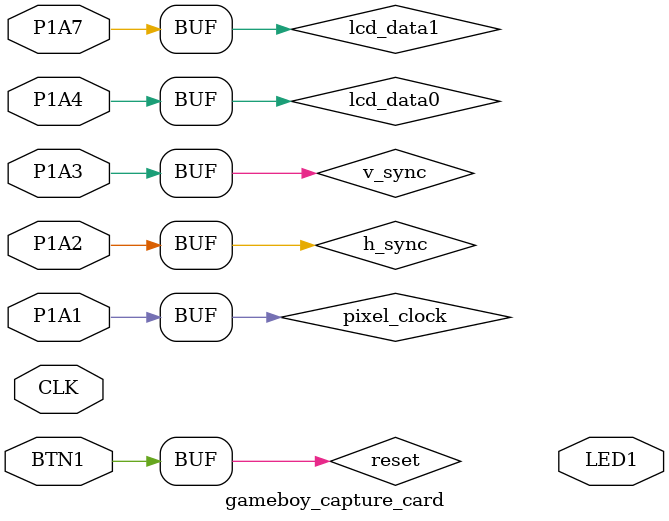
<source format=v>
`default_nettype none

module gameboy_capture_card(
  input wire BTN1, 
  input wire CLK, 

  input wire P1A1, // Pixel clock
  input wire P1A2, // H-sync
  input wire P1A3, // V-sync
  input wire P1A4, // LCD Data 0
  input wire P1A7, // LCD Data 1
  
  output wire LED1,
);
/*
   wire   A, B;
   reg [2:0] out;
   assign {LED2, LED1, LED3} = out;
   assign A = BTN1;
   assign B = BTN2;

  always @ (posedge CLK) begin
    if (A < B)
      out <= 3'b100;
    else if (A == B)
      out <= 3'b010;
    else
      out <= 3'b001;
  end
*/

  wire reset = BTN1;
  wire pixel_clock = P1A1;
  wire h_sync = P1A2;
  wire v_sync = P1A3;
  wire lcd_data0 = P1A4;
  wire lcd_data1 = P1A7;

  wire [14:0] mem_write_addr;
  wire [1:0] pixel_data;
  wire buffer_select;

  wire [14:0] mem_read_addr;
  wire [1:0] pixel_out;

  gameboy_lcd_decoder lcd_decoder(
    .clock(CLK),
    .reset(reset),

    .pixel_clock(pixel_clock),
    .h_sync(h_sync),
    .v_sync(v_sync),
    .lcd_data0(lcd_data0),
    .lcd_data1(lcd_data1),

    .pixel_addr(mem_write_addr),
    .pixel_data(pixel_data),
    .buffer_select(buffer_select)
  );

  gameboy_frame_buffer frame_buffer(
    .clock(CLK),
    .reset(reset),

    .buffer_select(buffer_select),
    .data_in(pixel_data),
    .write_addr(mem_write_addr),
    .write_enable(1),

    .data_out(pixel_out),
    .read_addr(mem_read_addr)
  );

  hdmi_output hdmi(
    .clock(CLK),
    .reset(reset),

    .data_addr(mem_read_addr),
    .pixel_data(pixel_out)
  );

endmodule

</source>
